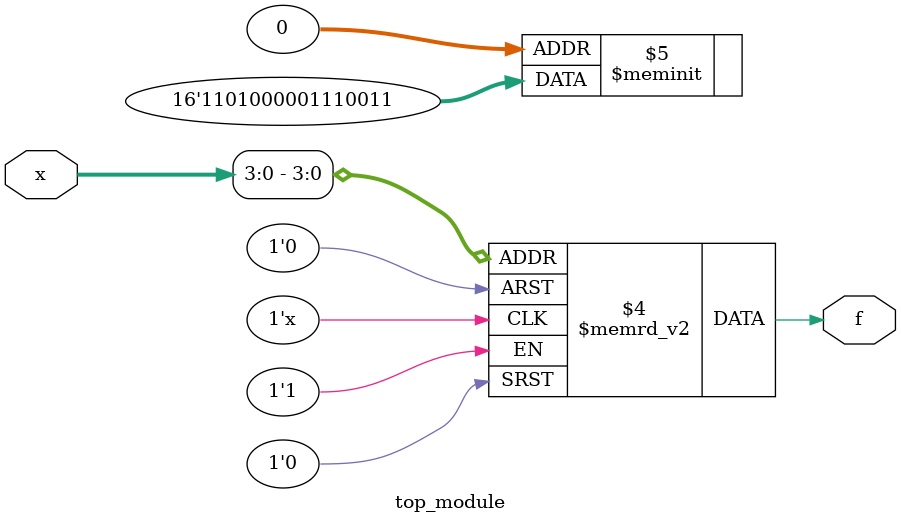
<source format=sv>
module top_module (
	input [4:0] x,
	output logic f
);

	always @(*) begin
		case (x[3:0])  // Consider only the lower 4 bits for the specified 16 states
			4'b0000: f = 1;
			4'b0001: f = 1;
			4'b0010: f = 0;
			4'b0011: f = 0;
			4'b0100: f = 1;
			4'b0101: f = 1;
			4'b0110: f = 1;
			4'b0111: f = 0;
			4'b1000: f = 0;
			4'b1001: f = 0;
			4'b1010: f = 0;
			4'b1011: f = 0;
			4'b1100: f = 1;
			4'b1101: f = 0;
			4'b1110: f = 1;
			4'b1111: f = 1;
			default: f = 0; // Default case for safety
		endcase
	end

endmodule

</source>
